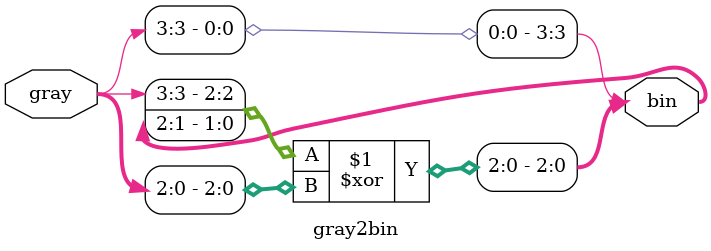
<source format=v>
module gray2bin #(parameter n=4) 
(
    input [n-1:0] gray,
    output [n-1:0] bin
);

assign bin={gray[n-1],bin[n-1:1]^gray[n-2:0]};

endmodule
</source>
